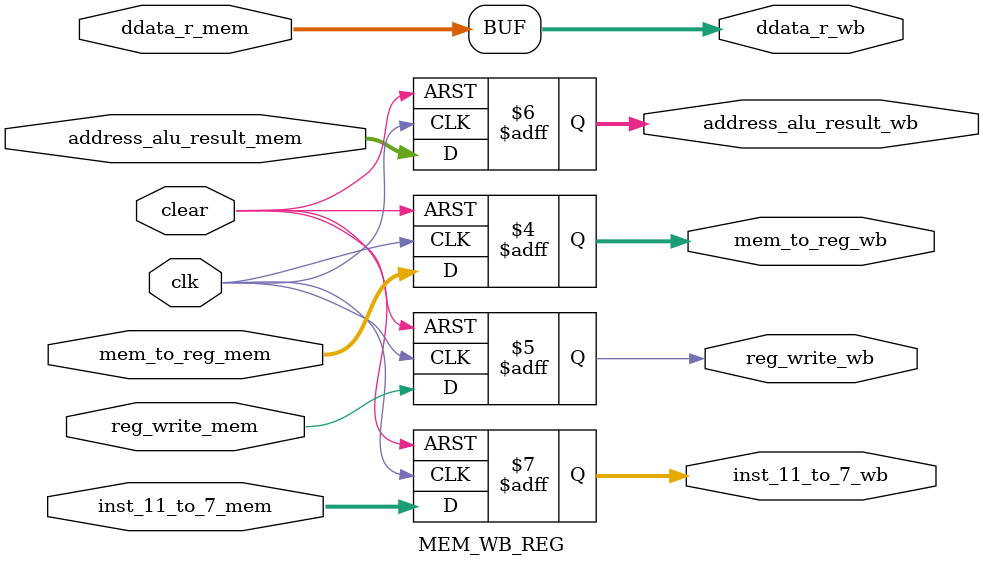
<source format=sv>
`ifndef MEM_WB_REG_GUARD
`define MEM_WB_REG_GUARD

module MEM_WB_REG #(parameter DATA_SIZE = 32) (
    input clk,
    input clear,
    input [1:0] mem_to_reg_mem,
    input reg_write_mem,
    input [DATA_SIZE-1:0] ddata_r_mem,
    input [DATA_SIZE-1:0] address_alu_result_mem,
    input [4:0] inst_11_to_7_mem,

    output reg [1:0] mem_to_reg_wb,
    output reg reg_write_wb,
    output [DATA_SIZE-1:0] ddata_r_wb,
    output reg [DATA_SIZE-1:0] address_alu_result_wb,
    output reg [4:0] inst_11_to_7_wb
);

initial begin
    mem_to_reg_wb = 0;
    reg_write_wb = 0;
    address_alu_result_wb = 0;
    inst_11_to_7_wb = 0;
end

always @(posedge clk or posedge clear) begin
    if(clear == 1) begin
        mem_to_reg_wb <= 0;
        reg_write_wb <= 0;
        address_alu_result_wb <= 0;
        inst_11_to_7_wb <= 0;
    end else begin
        mem_to_reg_wb <= mem_to_reg_mem;
        reg_write_wb <= reg_write_mem;
        address_alu_result_wb <= address_alu_result_mem;
        inst_11_to_7_wb <= inst_11_to_7_mem;
    end    
end

assign ddata_r_wb = ddata_r_mem;

endmodule
`endif
</source>
